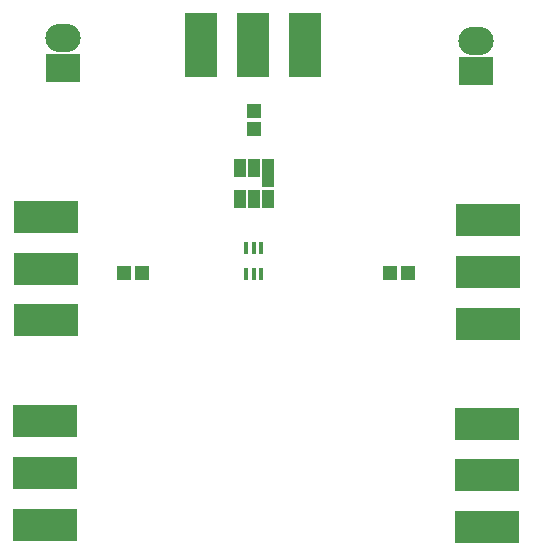
<source format=gts>
%TF.GenerationSoftware,KiCad,Pcbnew,(2017-10-17 revision 537804b)-master*%
%TF.CreationDate,2018-09-04T11:21:01+02:00*%
%TF.ProjectId,rf_matching,72665F6D61746368696E672E6B696361,rev?*%
%TF.SameCoordinates,Original*%
%TF.FileFunction,Soldermask,Top*%
%TF.FilePolarity,Negative*%
%FSLAX46Y46*%
G04 Gerber Fmt 4.6, Leading zero omitted, Abs format (unit mm)*
G04 Created by KiCad (PCBNEW (2017-10-17 revision 537804b)-master) date Tuesday, 04 September 2018 'AMt' 11:21:01*
%MOMM*%
%LPD*%
G01*
G04 APERTURE LIST*
%ADD10R,1.150000X1.200000*%
%ADD11R,1.200000X1.150000*%
%ADD12R,3.000000X2.400000*%
%ADD13O,3.000000X2.400000*%
%ADD14R,0.401600X1.101600*%
%ADD15R,1.050000X2.360000*%
%ADD16R,1.050000X1.600000*%
%ADD17R,5.480000X2.690000*%
%ADD18R,5.480000X2.820000*%
%ADD19R,2.690000X5.480000*%
%ADD20R,2.820000X5.480000*%
G04 APERTURE END LIST*
D10*
%TO.C,C1*%
X165650000Y-82450000D03*
X165650000Y-80950000D03*
%TD*%
D11*
%TO.C,C2*%
X156200000Y-94650000D03*
X154700000Y-94650000D03*
%TD*%
%TO.C,C3*%
X178675000Y-94650000D03*
X177175000Y-94650000D03*
%TD*%
D12*
%TO.C,J3*%
X184450000Y-77550000D03*
D13*
X184450000Y-75010000D03*
%TD*%
%TO.C,J5*%
X149475000Y-74810000D03*
D12*
X149475000Y-77350000D03*
%TD*%
D14*
%TO.C,U1*%
X165000000Y-94725000D03*
X165650000Y-94725000D03*
X166300000Y-94725000D03*
X166300000Y-92525000D03*
X165650000Y-92525000D03*
X165000000Y-92525000D03*
%TD*%
D15*
%TO.C,U2*%
X166850000Y-86170000D03*
D16*
X165650000Y-85800000D03*
X164450000Y-85800000D03*
X164450000Y-88400000D03*
X165650000Y-88400000D03*
X166850000Y-88400000D03*
%TD*%
D17*
%TO.C,J1*%
X148080000Y-94300000D03*
D18*
X148080000Y-89920000D03*
X148080000Y-98680000D03*
%TD*%
%TO.C,J2*%
X185520000Y-90220000D03*
X185520000Y-98980000D03*
D17*
X185520000Y-94600000D03*
%TD*%
D19*
%TO.C,J4*%
X165600000Y-75380000D03*
D20*
X169980000Y-75380000D03*
X161220000Y-75380000D03*
%TD*%
D17*
%TO.C,J6*%
X185420000Y-111800000D03*
D18*
X185420000Y-116180000D03*
X185420000Y-107420000D03*
%TD*%
%TO.C,J7*%
X147980000Y-115980000D03*
X147980000Y-107220000D03*
D17*
X147980000Y-111600000D03*
%TD*%
M02*

</source>
